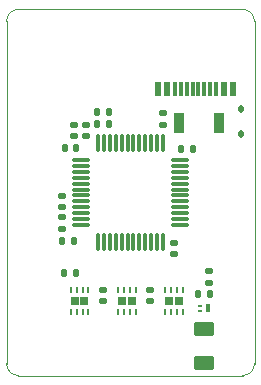
<source format=gbr>
%TF.GenerationSoftware,KiCad,Pcbnew,9.0.3-9.0.3-0~ubuntu24.04.1*%
%TF.CreationDate,2025-12-07T16:55:59+01:00*%
%TF.ProjectId,ant control board v2,616e7420-636f-46e7-9472-6f6c20626f61,2.1*%
%TF.SameCoordinates,Original*%
%TF.FileFunction,Paste,Top*%
%TF.FilePolarity,Positive*%
%FSLAX46Y46*%
G04 Gerber Fmt 4.6, Leading zero omitted, Abs format (unit mm)*
G04 Created by KiCad (PCBNEW 9.0.3-9.0.3-0~ubuntu24.04.1) date 2025-12-07 16:55:59*
%MOMM*%
%LPD*%
G01*
G04 APERTURE LIST*
G04 Aperture macros list*
%AMRoundRect*
0 Rectangle with rounded corners*
0 $1 Rounding radius*
0 $2 $3 $4 $5 $6 $7 $8 $9 X,Y pos of 4 corners*
0 Add a 4 corners polygon primitive as box body*
4,1,4,$2,$3,$4,$5,$6,$7,$8,$9,$2,$3,0*
0 Add four circle primitives for the rounded corners*
1,1,$1+$1,$2,$3*
1,1,$1+$1,$4,$5*
1,1,$1+$1,$6,$7*
1,1,$1+$1,$8,$9*
0 Add four rect primitives between the rounded corners*
20,1,$1+$1,$2,$3,$4,$5,0*
20,1,$1+$1,$4,$5,$6,$7,0*
20,1,$1+$1,$6,$7,$8,$9,0*
20,1,$1+$1,$8,$9,$2,$3,0*%
G04 Aperture macros list end*
%ADD10RoundRect,0.140000X0.170000X-0.140000X0.170000X0.140000X-0.170000X0.140000X-0.170000X-0.140000X0*%
%ADD11RoundRect,0.135000X0.135000X0.185000X-0.135000X0.185000X-0.135000X-0.185000X0.135000X-0.185000X0*%
%ADD12R,0.400000X0.250000*%
%ADD13R,0.400000X0.700000*%
%ADD14RoundRect,0.135000X0.185000X-0.135000X0.185000X0.135000X-0.185000X0.135000X-0.185000X-0.135000X0*%
%ADD15RoundRect,0.140000X-0.140000X-0.170000X0.140000X-0.170000X0.140000X0.170000X-0.140000X0.170000X0*%
%ADD16RoundRect,0.135000X-0.185000X0.135000X-0.185000X-0.135000X0.185000X-0.135000X0.185000X0.135000X0*%
%ADD17R,0.600000X1.150000*%
%ADD18R,0.300000X1.150000*%
%ADD19RoundRect,0.112500X0.112500X-0.187500X0.112500X0.187500X-0.112500X0.187500X-0.112500X-0.187500X0*%
%ADD20R,0.900000X1.700000*%
%ADD21RoundRect,0.075000X-0.662500X-0.075000X0.662500X-0.075000X0.662500X0.075000X-0.662500X0.075000X0*%
%ADD22RoundRect,0.075000X-0.075000X-0.662500X0.075000X-0.662500X0.075000X0.662500X-0.075000X0.662500X0*%
%ADD23RoundRect,0.135000X-0.135000X-0.185000X0.135000X-0.185000X0.135000X0.185000X-0.135000X0.185000X0*%
%ADD24R,0.650000X0.750000*%
%ADD25RoundRect,0.062500X0.062500X-0.187500X0.062500X0.187500X-0.062500X0.187500X-0.062500X-0.187500X0*%
%ADD26RoundRect,0.140000X-0.170000X0.140000X-0.170000X-0.140000X0.170000X-0.140000X0.170000X0.140000X0*%
%ADD27RoundRect,0.140000X0.140000X0.170000X-0.140000X0.170000X-0.140000X-0.170000X0.140000X-0.170000X0*%
%ADD28RoundRect,0.250000X-0.625000X0.375000X-0.625000X-0.375000X0.625000X-0.375000X0.625000X0.375000X0*%
%TA.AperFunction,Profile*%
%ADD29C,0.050000*%
%TD*%
G04 APERTURE END LIST*
D10*
%TO.C,C15*%
X105690000Y-120730000D03*
X105690000Y-119770000D03*
%TD*%
%TO.C,C13*%
X104690000Y-120730000D03*
X104690000Y-119770000D03*
%TD*%
D11*
%TO.C,R9*%
X107680000Y-118700000D03*
X106660000Y-118700000D03*
%TD*%
D10*
%TO.C,C6*%
X107190000Y-134680000D03*
X107190000Y-133720000D03*
%TD*%
D12*
%TO.C,Q1*%
X115340000Y-135075000D03*
X115340000Y-135525000D03*
D13*
X116040000Y-135300000D03*
%TD*%
D10*
%TO.C,C18*%
X103690000Y-126730000D03*
X103690000Y-125770000D03*
%TD*%
D14*
%TO.C,R11*%
X116153000Y-133146000D03*
X116153000Y-132126000D03*
%TD*%
D15*
%TO.C,C5*%
X103890000Y-132300000D03*
X104850000Y-132300000D03*
%TD*%
D16*
%TO.C,R6*%
X103703000Y-127577000D03*
X103703000Y-128597000D03*
%TD*%
D17*
%TO.C,J3*%
X118200000Y-116755000D03*
X117400000Y-116755000D03*
D18*
X116750000Y-116755000D03*
X116250000Y-116755000D03*
X115750000Y-116755000D03*
X115250000Y-116755000D03*
X114750000Y-116755000D03*
X114250000Y-116755000D03*
X113750000Y-116755000D03*
X113250000Y-116755000D03*
D17*
X112600000Y-116755000D03*
X111800000Y-116755000D03*
%TD*%
D11*
%TO.C,R8*%
X107680000Y-119700000D03*
X106660000Y-119700000D03*
%TD*%
D15*
%TO.C,C16*%
X113810000Y-121850000D03*
X114770000Y-121850000D03*
%TD*%
D19*
%TO.C,D1*%
X118890000Y-120550000D03*
X118890000Y-118450000D03*
%TD*%
D20*
%TO.C,SW1*%
X116990000Y-119650000D03*
X113590000Y-119650000D03*
%TD*%
D10*
%TO.C,C7*%
X111190000Y-134680000D03*
X111190000Y-133720000D03*
%TD*%
D21*
%TO.C,U6*%
X105337500Y-122750000D03*
X105337500Y-123250000D03*
X105337500Y-123750000D03*
X105337500Y-124250000D03*
X105337500Y-124750000D03*
X105337500Y-125250000D03*
X105337500Y-125750000D03*
X105337500Y-126250000D03*
X105337500Y-126750000D03*
X105337500Y-127250000D03*
X105337500Y-127750000D03*
X105337500Y-128250000D03*
D22*
X106750000Y-129662500D03*
X107250000Y-129662500D03*
X107750000Y-129662500D03*
X108250000Y-129662500D03*
X108750000Y-129662500D03*
X109250000Y-129662500D03*
X109750000Y-129662500D03*
X110250000Y-129662500D03*
X110750000Y-129662500D03*
X111250000Y-129662500D03*
X111750000Y-129662500D03*
X112250000Y-129662500D03*
D21*
X113662500Y-128250000D03*
X113662500Y-127750000D03*
X113662500Y-127250000D03*
X113662500Y-126750000D03*
X113662500Y-126250000D03*
X113662500Y-125750000D03*
X113662500Y-125250000D03*
X113662500Y-124750000D03*
X113662500Y-124250000D03*
X113662500Y-123750000D03*
X113662500Y-123250000D03*
X113662500Y-122750000D03*
D22*
X112250000Y-121337500D03*
X111750000Y-121337500D03*
X111250000Y-121337500D03*
X110750000Y-121337500D03*
X110250000Y-121337500D03*
X109750000Y-121337500D03*
X109250000Y-121337500D03*
X108750000Y-121337500D03*
X108250000Y-121337500D03*
X107750000Y-121337500D03*
X107250000Y-121337500D03*
X106750000Y-121337500D03*
%TD*%
D23*
%TO.C,R10*%
X115180000Y-134100000D03*
X116200000Y-134100000D03*
%TD*%
D24*
%TO.C,U2*%
X104790000Y-134700000D03*
X105590000Y-134700000D03*
D25*
X104440000Y-135650000D03*
X104940000Y-135650000D03*
X105440000Y-135650000D03*
X105940000Y-135650000D03*
X105940000Y-133750000D03*
X105440000Y-133750000D03*
X104940000Y-133750000D03*
X104440000Y-133750000D03*
%TD*%
D26*
%TO.C,C17*%
X113220000Y-129770000D03*
X113220000Y-130730000D03*
%TD*%
D15*
%TO.C,C11*%
X103723000Y-129587000D03*
X104683000Y-129587000D03*
%TD*%
D16*
%TO.C,R7*%
X112290000Y-118790000D03*
X112290000Y-119810000D03*
%TD*%
D27*
%TO.C,C14*%
X104920000Y-121750000D03*
X103960000Y-121750000D03*
%TD*%
D24*
%TO.C,U3*%
X108790000Y-134700000D03*
X109590000Y-134700000D03*
D25*
X108440000Y-135650000D03*
X108940000Y-135650000D03*
X109440000Y-135650000D03*
X109940000Y-135650000D03*
X109940000Y-133750000D03*
X109440000Y-133750000D03*
X108940000Y-133750000D03*
X108440000Y-133750000D03*
%TD*%
D24*
%TO.C,U4*%
X112790000Y-134700000D03*
X113590000Y-134700000D03*
D25*
X112440000Y-135650000D03*
X112940000Y-135650000D03*
X113440000Y-135650000D03*
X113940000Y-135650000D03*
X113940000Y-133750000D03*
X113440000Y-133750000D03*
X112940000Y-133750000D03*
X112440000Y-133750000D03*
%TD*%
D28*
%TO.C,D2*%
X115690000Y-137100000D03*
X115690000Y-139900000D03*
%TD*%
D29*
X119000000Y-110000000D02*
X100000000Y-110000000D01*
X99000000Y-111000000D02*
G75*
G02*
X100000000Y-110000000I1000000J0D01*
G01*
X120000000Y-140000000D02*
X120000000Y-111000000D01*
X100000000Y-141000000D02*
X119000000Y-141000000D01*
X99000000Y-111000000D02*
X99000000Y-140000000D01*
X120000000Y-140000000D02*
G75*
G02*
X119000000Y-141000000I-1000000J0D01*
G01*
X100000000Y-141000000D02*
G75*
G02*
X99000000Y-140000000I0J1000000D01*
G01*
X119000000Y-110000000D02*
G75*
G02*
X120000000Y-111000000I0J-1000000D01*
G01*
M02*

</source>
